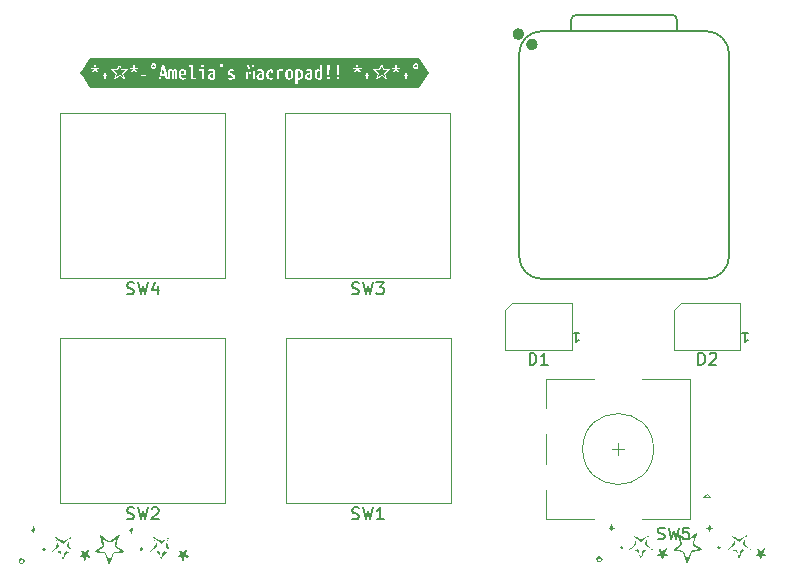
<source format=gbr>
%TF.GenerationSoftware,KiCad,Pcbnew,9.0.6*%
%TF.CreationDate,2025-12-15T09:48:03-08:00*%
%TF.ProjectId,AmeliasHackpad,416d656c-6961-4734-9861-636b7061642e,rev?*%
%TF.SameCoordinates,Original*%
%TF.FileFunction,Legend,Top*%
%TF.FilePolarity,Positive*%
%FSLAX46Y46*%
G04 Gerber Fmt 4.6, Leading zero omitted, Abs format (unit mm)*
G04 Created by KiCad (PCBNEW 9.0.6) date 2025-12-15 09:48:03*
%MOMM*%
%LPD*%
G01*
G04 APERTURE LIST*
%ADD10C,0.150000*%
%ADD11C,0.000000*%
%ADD12C,0.120000*%
%ADD13C,0.127000*%
%ADD14C,0.100000*%
%ADD15C,0.504000*%
G04 APERTURE END LIST*
D10*
X161279167Y-88389950D02*
X161422024Y-88437569D01*
X161422024Y-88437569D02*
X161660119Y-88437569D01*
X161660119Y-88437569D02*
X161755357Y-88389950D01*
X161755357Y-88389950D02*
X161802976Y-88342330D01*
X161802976Y-88342330D02*
X161850595Y-88247092D01*
X161850595Y-88247092D02*
X161850595Y-88151854D01*
X161850595Y-88151854D02*
X161802976Y-88056616D01*
X161802976Y-88056616D02*
X161755357Y-88008997D01*
X161755357Y-88008997D02*
X161660119Y-87961378D01*
X161660119Y-87961378D02*
X161469643Y-87913759D01*
X161469643Y-87913759D02*
X161374405Y-87866140D01*
X161374405Y-87866140D02*
X161326786Y-87818521D01*
X161326786Y-87818521D02*
X161279167Y-87723283D01*
X161279167Y-87723283D02*
X161279167Y-87628045D01*
X161279167Y-87628045D02*
X161326786Y-87532807D01*
X161326786Y-87532807D02*
X161374405Y-87485188D01*
X161374405Y-87485188D02*
X161469643Y-87437569D01*
X161469643Y-87437569D02*
X161707738Y-87437569D01*
X161707738Y-87437569D02*
X161850595Y-87485188D01*
X162183929Y-87437569D02*
X162422024Y-88437569D01*
X162422024Y-88437569D02*
X162612500Y-87723283D01*
X162612500Y-87723283D02*
X162802976Y-88437569D01*
X162802976Y-88437569D02*
X163041072Y-87437569D01*
X163326786Y-87437569D02*
X163945833Y-87437569D01*
X163945833Y-87437569D02*
X163612500Y-87818521D01*
X163612500Y-87818521D02*
X163755357Y-87818521D01*
X163755357Y-87818521D02*
X163850595Y-87866140D01*
X163850595Y-87866140D02*
X163898214Y-87913759D01*
X163898214Y-87913759D02*
X163945833Y-88008997D01*
X163945833Y-88008997D02*
X163945833Y-88247092D01*
X163945833Y-88247092D02*
X163898214Y-88342330D01*
X163898214Y-88342330D02*
X163850595Y-88389950D01*
X163850595Y-88389950D02*
X163755357Y-88437569D01*
X163755357Y-88437569D02*
X163469643Y-88437569D01*
X163469643Y-88437569D02*
X163374405Y-88389950D01*
X163374405Y-88389950D02*
X163326786Y-88342330D01*
X161286667Y-107439950D02*
X161429524Y-107487569D01*
X161429524Y-107487569D02*
X161667619Y-107487569D01*
X161667619Y-107487569D02*
X161762857Y-107439950D01*
X161762857Y-107439950D02*
X161810476Y-107392330D01*
X161810476Y-107392330D02*
X161858095Y-107297092D01*
X161858095Y-107297092D02*
X161858095Y-107201854D01*
X161858095Y-107201854D02*
X161810476Y-107106616D01*
X161810476Y-107106616D02*
X161762857Y-107058997D01*
X161762857Y-107058997D02*
X161667619Y-107011378D01*
X161667619Y-107011378D02*
X161477143Y-106963759D01*
X161477143Y-106963759D02*
X161381905Y-106916140D01*
X161381905Y-106916140D02*
X161334286Y-106868521D01*
X161334286Y-106868521D02*
X161286667Y-106773283D01*
X161286667Y-106773283D02*
X161286667Y-106678045D01*
X161286667Y-106678045D02*
X161334286Y-106582807D01*
X161334286Y-106582807D02*
X161381905Y-106535188D01*
X161381905Y-106535188D02*
X161477143Y-106487569D01*
X161477143Y-106487569D02*
X161715238Y-106487569D01*
X161715238Y-106487569D02*
X161858095Y-106535188D01*
X162191429Y-106487569D02*
X162429524Y-107487569D01*
X162429524Y-107487569D02*
X162620000Y-106773283D01*
X162620000Y-106773283D02*
X162810476Y-107487569D01*
X162810476Y-107487569D02*
X163048572Y-106487569D01*
X163953333Y-107487569D02*
X163381905Y-107487569D01*
X163667619Y-107487569D02*
X163667619Y-106487569D01*
X163667619Y-106487569D02*
X163572381Y-106630426D01*
X163572381Y-106630426D02*
X163477143Y-106725664D01*
X163477143Y-106725664D02*
X163381905Y-106773283D01*
X176311905Y-94394819D02*
X176311905Y-93394819D01*
X176311905Y-93394819D02*
X176550000Y-93394819D01*
X176550000Y-93394819D02*
X176692857Y-93442438D01*
X176692857Y-93442438D02*
X176788095Y-93537676D01*
X176788095Y-93537676D02*
X176835714Y-93632914D01*
X176835714Y-93632914D02*
X176883333Y-93823390D01*
X176883333Y-93823390D02*
X176883333Y-93966247D01*
X176883333Y-93966247D02*
X176835714Y-94156723D01*
X176835714Y-94156723D02*
X176788095Y-94251961D01*
X176788095Y-94251961D02*
X176692857Y-94347200D01*
X176692857Y-94347200D02*
X176550000Y-94394819D01*
X176550000Y-94394819D02*
X176311905Y-94394819D01*
X177835714Y-94394819D02*
X177264286Y-94394819D01*
X177550000Y-94394819D02*
X177550000Y-93394819D01*
X177550000Y-93394819D02*
X177454762Y-93537676D01*
X177454762Y-93537676D02*
X177359524Y-93632914D01*
X177359524Y-93632914D02*
X177264286Y-93680533D01*
X180021428Y-91702704D02*
X180478571Y-91702704D01*
X180249999Y-91702704D02*
X180249999Y-92502704D01*
X180249999Y-92502704D02*
X180326190Y-92388419D01*
X180326190Y-92388419D02*
X180402380Y-92312228D01*
X180402380Y-92312228D02*
X180478571Y-92274133D01*
X142229167Y-107439950D02*
X142372024Y-107487569D01*
X142372024Y-107487569D02*
X142610119Y-107487569D01*
X142610119Y-107487569D02*
X142705357Y-107439950D01*
X142705357Y-107439950D02*
X142752976Y-107392330D01*
X142752976Y-107392330D02*
X142800595Y-107297092D01*
X142800595Y-107297092D02*
X142800595Y-107201854D01*
X142800595Y-107201854D02*
X142752976Y-107106616D01*
X142752976Y-107106616D02*
X142705357Y-107058997D01*
X142705357Y-107058997D02*
X142610119Y-107011378D01*
X142610119Y-107011378D02*
X142419643Y-106963759D01*
X142419643Y-106963759D02*
X142324405Y-106916140D01*
X142324405Y-106916140D02*
X142276786Y-106868521D01*
X142276786Y-106868521D02*
X142229167Y-106773283D01*
X142229167Y-106773283D02*
X142229167Y-106678045D01*
X142229167Y-106678045D02*
X142276786Y-106582807D01*
X142276786Y-106582807D02*
X142324405Y-106535188D01*
X142324405Y-106535188D02*
X142419643Y-106487569D01*
X142419643Y-106487569D02*
X142657738Y-106487569D01*
X142657738Y-106487569D02*
X142800595Y-106535188D01*
X143133929Y-106487569D02*
X143372024Y-107487569D01*
X143372024Y-107487569D02*
X143562500Y-106773283D01*
X143562500Y-106773283D02*
X143752976Y-107487569D01*
X143752976Y-107487569D02*
X143991072Y-106487569D01*
X144324405Y-106582807D02*
X144372024Y-106535188D01*
X144372024Y-106535188D02*
X144467262Y-106487569D01*
X144467262Y-106487569D02*
X144705357Y-106487569D01*
X144705357Y-106487569D02*
X144800595Y-106535188D01*
X144800595Y-106535188D02*
X144848214Y-106582807D01*
X144848214Y-106582807D02*
X144895833Y-106678045D01*
X144895833Y-106678045D02*
X144895833Y-106773283D01*
X144895833Y-106773283D02*
X144848214Y-106916140D01*
X144848214Y-106916140D02*
X144276786Y-107487569D01*
X144276786Y-107487569D02*
X144895833Y-107487569D01*
X187160417Y-109147200D02*
X187303274Y-109194819D01*
X187303274Y-109194819D02*
X187541369Y-109194819D01*
X187541369Y-109194819D02*
X187636607Y-109147200D01*
X187636607Y-109147200D02*
X187684226Y-109099580D01*
X187684226Y-109099580D02*
X187731845Y-109004342D01*
X187731845Y-109004342D02*
X187731845Y-108909104D01*
X187731845Y-108909104D02*
X187684226Y-108813866D01*
X187684226Y-108813866D02*
X187636607Y-108766247D01*
X187636607Y-108766247D02*
X187541369Y-108718628D01*
X187541369Y-108718628D02*
X187350893Y-108671009D01*
X187350893Y-108671009D02*
X187255655Y-108623390D01*
X187255655Y-108623390D02*
X187208036Y-108575771D01*
X187208036Y-108575771D02*
X187160417Y-108480533D01*
X187160417Y-108480533D02*
X187160417Y-108385295D01*
X187160417Y-108385295D02*
X187208036Y-108290057D01*
X187208036Y-108290057D02*
X187255655Y-108242438D01*
X187255655Y-108242438D02*
X187350893Y-108194819D01*
X187350893Y-108194819D02*
X187588988Y-108194819D01*
X187588988Y-108194819D02*
X187731845Y-108242438D01*
X188065179Y-108194819D02*
X188303274Y-109194819D01*
X188303274Y-109194819D02*
X188493750Y-108480533D01*
X188493750Y-108480533D02*
X188684226Y-109194819D01*
X188684226Y-109194819D02*
X188922322Y-108194819D01*
X189779464Y-108194819D02*
X189303274Y-108194819D01*
X189303274Y-108194819D02*
X189255655Y-108671009D01*
X189255655Y-108671009D02*
X189303274Y-108623390D01*
X189303274Y-108623390D02*
X189398512Y-108575771D01*
X189398512Y-108575771D02*
X189636607Y-108575771D01*
X189636607Y-108575771D02*
X189731845Y-108623390D01*
X189731845Y-108623390D02*
X189779464Y-108671009D01*
X189779464Y-108671009D02*
X189827083Y-108766247D01*
X189827083Y-108766247D02*
X189827083Y-109004342D01*
X189827083Y-109004342D02*
X189779464Y-109099580D01*
X189779464Y-109099580D02*
X189731845Y-109147200D01*
X189731845Y-109147200D02*
X189636607Y-109194819D01*
X189636607Y-109194819D02*
X189398512Y-109194819D01*
X189398512Y-109194819D02*
X189303274Y-109147200D01*
X189303274Y-109147200D02*
X189255655Y-109099580D01*
X190599405Y-94394819D02*
X190599405Y-93394819D01*
X190599405Y-93394819D02*
X190837500Y-93394819D01*
X190837500Y-93394819D02*
X190980357Y-93442438D01*
X190980357Y-93442438D02*
X191075595Y-93537676D01*
X191075595Y-93537676D02*
X191123214Y-93632914D01*
X191123214Y-93632914D02*
X191170833Y-93823390D01*
X191170833Y-93823390D02*
X191170833Y-93966247D01*
X191170833Y-93966247D02*
X191123214Y-94156723D01*
X191123214Y-94156723D02*
X191075595Y-94251961D01*
X191075595Y-94251961D02*
X190980357Y-94347200D01*
X190980357Y-94347200D02*
X190837500Y-94394819D01*
X190837500Y-94394819D02*
X190599405Y-94394819D01*
X191551786Y-93490057D02*
X191599405Y-93442438D01*
X191599405Y-93442438D02*
X191694643Y-93394819D01*
X191694643Y-93394819D02*
X191932738Y-93394819D01*
X191932738Y-93394819D02*
X192027976Y-93442438D01*
X192027976Y-93442438D02*
X192075595Y-93490057D01*
X192075595Y-93490057D02*
X192123214Y-93585295D01*
X192123214Y-93585295D02*
X192123214Y-93680533D01*
X192123214Y-93680533D02*
X192075595Y-93823390D01*
X192075595Y-93823390D02*
X191504167Y-94394819D01*
X191504167Y-94394819D02*
X192123214Y-94394819D01*
X194308928Y-91702704D02*
X194766071Y-91702704D01*
X194537499Y-91702704D02*
X194537499Y-92502704D01*
X194537499Y-92502704D02*
X194613690Y-92388419D01*
X194613690Y-92388419D02*
X194689880Y-92312228D01*
X194689880Y-92312228D02*
X194766071Y-92274133D01*
X142229167Y-88389950D02*
X142372024Y-88437569D01*
X142372024Y-88437569D02*
X142610119Y-88437569D01*
X142610119Y-88437569D02*
X142705357Y-88389950D01*
X142705357Y-88389950D02*
X142752976Y-88342330D01*
X142752976Y-88342330D02*
X142800595Y-88247092D01*
X142800595Y-88247092D02*
X142800595Y-88151854D01*
X142800595Y-88151854D02*
X142752976Y-88056616D01*
X142752976Y-88056616D02*
X142705357Y-88008997D01*
X142705357Y-88008997D02*
X142610119Y-87961378D01*
X142610119Y-87961378D02*
X142419643Y-87913759D01*
X142419643Y-87913759D02*
X142324405Y-87866140D01*
X142324405Y-87866140D02*
X142276786Y-87818521D01*
X142276786Y-87818521D02*
X142229167Y-87723283D01*
X142229167Y-87723283D02*
X142229167Y-87628045D01*
X142229167Y-87628045D02*
X142276786Y-87532807D01*
X142276786Y-87532807D02*
X142324405Y-87485188D01*
X142324405Y-87485188D02*
X142419643Y-87437569D01*
X142419643Y-87437569D02*
X142657738Y-87437569D01*
X142657738Y-87437569D02*
X142800595Y-87485188D01*
X143133929Y-87437569D02*
X143372024Y-88437569D01*
X143372024Y-88437569D02*
X143562500Y-87723283D01*
X143562500Y-87723283D02*
X143752976Y-88437569D01*
X143752976Y-88437569D02*
X143991072Y-87437569D01*
X144800595Y-87770902D02*
X144800595Y-88437569D01*
X144562500Y-87389950D02*
X144324405Y-88104235D01*
X144324405Y-88104235D02*
X144943452Y-88104235D01*
D11*
%TO.C,G\u002A\u002A\u002A*%
G36*
X185229055Y-109145039D02*
G01*
X185184336Y-109189757D01*
X185139618Y-109145039D01*
X185184336Y-109100321D01*
X185229055Y-109145039D01*
G37*
G36*
X193546660Y-109145039D02*
G01*
X193501942Y-109189757D01*
X193457224Y-109145039D01*
X193501942Y-109100321D01*
X193546660Y-109145039D01*
G37*
G36*
X186733657Y-110027410D02*
G01*
X186719665Y-110054311D01*
X186613525Y-110065015D01*
X186600416Y-110054311D01*
X186612693Y-110001141D01*
X186660041Y-109994687D01*
X186733657Y-110027410D01*
G37*
G36*
X195051263Y-110027410D02*
G01*
X195037271Y-110054311D01*
X194931130Y-110065015D01*
X194918022Y-110054311D01*
X194930299Y-110001141D01*
X194977646Y-109994687D01*
X195051263Y-110027410D01*
G37*
G36*
X184229669Y-109797968D02*
G01*
X184245252Y-109860532D01*
X184173661Y-109979104D01*
X184111097Y-109994687D01*
X183992525Y-109923096D01*
X183976942Y-109860532D01*
X184048533Y-109741960D01*
X184111097Y-109726377D01*
X184229669Y-109797968D01*
G37*
G36*
X186390705Y-108901207D02*
G01*
X186391731Y-108921448D01*
X186322976Y-109007447D01*
X186297016Y-109010884D01*
X186243601Y-108956092D01*
X186257576Y-108921448D01*
X186337944Y-108836126D01*
X186352291Y-108832011D01*
X186390705Y-108901207D01*
G37*
G36*
X192457838Y-109797968D02*
G01*
X192473421Y-109860532D01*
X192401830Y-109979104D01*
X192339266Y-109994687D01*
X192220694Y-109923096D01*
X192205111Y-109860532D01*
X192276702Y-109741960D01*
X192339266Y-109726377D01*
X192457838Y-109797968D01*
G37*
G36*
X194708311Y-108901207D02*
G01*
X194709336Y-108921448D01*
X194640582Y-109007447D01*
X194614621Y-109010884D01*
X194561207Y-108956092D01*
X194575181Y-108921448D01*
X194655550Y-108836126D01*
X194669896Y-108832011D01*
X194708311Y-108901207D01*
G37*
G36*
X185533339Y-110060474D02*
G01*
X185580524Y-110187599D01*
X185585432Y-110255544D01*
X185559017Y-110336537D01*
X185518354Y-110298766D01*
X185377775Y-110182226D01*
X185323013Y-110158666D01*
X185244720Y-110114665D01*
X185334870Y-110062657D01*
X185336629Y-110061981D01*
X185487466Y-110041184D01*
X185533339Y-110060474D01*
G37*
G36*
X186243301Y-109305157D02*
G01*
X186259158Y-109585619D01*
X186358771Y-109742995D01*
X186469620Y-109873150D01*
X186454198Y-109890532D01*
X186329634Y-109828347D01*
X186140309Y-109705430D01*
X186089599Y-109571203D01*
X186157060Y-109359779D01*
X186173114Y-109323912D01*
X186294945Y-109055602D01*
X186243301Y-109305157D01*
G37*
G36*
X193850945Y-110060474D02*
G01*
X193898130Y-110187599D01*
X193903037Y-110255544D01*
X193876623Y-110336537D01*
X193835960Y-110298766D01*
X193695381Y-110182226D01*
X193640619Y-110158666D01*
X193562326Y-110114665D01*
X193652476Y-110062657D01*
X193654234Y-110061981D01*
X193805072Y-110041184D01*
X193850945Y-110060474D01*
G37*
G36*
X194560906Y-109305157D02*
G01*
X194576763Y-109585619D01*
X194676377Y-109742995D01*
X194787226Y-109873150D01*
X194771803Y-109890532D01*
X194647240Y-109828347D01*
X194457915Y-109705430D01*
X194407204Y-109571203D01*
X194474665Y-109359779D01*
X194490720Y-109323912D01*
X194612550Y-109055602D01*
X194560906Y-109305157D01*
G37*
G36*
X185333390Y-109432183D02*
G01*
X185335188Y-109593362D01*
X185219610Y-109750723D01*
X185091572Y-109857007D01*
X184868578Y-110015431D01*
X184751002Y-110077080D01*
X184752579Y-110041908D01*
X184887042Y-109909869D01*
X184948062Y-109857479D01*
X185132090Y-109659990D01*
X185240189Y-109463926D01*
X185247428Y-109432655D01*
X185277441Y-109234476D01*
X185333390Y-109432183D01*
G37*
G36*
X193650995Y-109432183D02*
G01*
X193652793Y-109593362D01*
X193537216Y-109750723D01*
X193409178Y-109857007D01*
X193186184Y-110015431D01*
X193068608Y-110077080D01*
X193070184Y-110041908D01*
X193204648Y-109909869D01*
X193265668Y-109857479D01*
X193449696Y-109659990D01*
X193557794Y-109463926D01*
X193565033Y-109432655D01*
X193595047Y-109234476D01*
X193650995Y-109432183D01*
G37*
G36*
X185135668Y-108866457D02*
G01*
X185302099Y-108967913D01*
X185390687Y-109024415D01*
X185609173Y-109143026D01*
X185776066Y-109158535D01*
X185927307Y-109106253D01*
X186168139Y-108998700D01*
X185971462Y-109198985D01*
X185774784Y-109399271D01*
X185412483Y-109148196D01*
X185203630Y-108997467D01*
X185072707Y-108891448D01*
X185050181Y-108864566D01*
X185064934Y-108838222D01*
X185135668Y-108866457D01*
G37*
G36*
X193453274Y-108866457D02*
G01*
X193619704Y-108967913D01*
X193708293Y-109024415D01*
X193926778Y-109143026D01*
X194093671Y-109158535D01*
X194244913Y-109106253D01*
X194485745Y-108998700D01*
X194289067Y-109198985D01*
X194092390Y-109399271D01*
X193730088Y-109148196D01*
X193521235Y-108997467D01*
X193390313Y-108891448D01*
X193367787Y-108864566D01*
X193382540Y-108838222D01*
X193453274Y-108866457D01*
G37*
G36*
X183242091Y-107894827D02*
G01*
X183249269Y-107998164D01*
X183322357Y-108170854D01*
X183417963Y-108233740D01*
X183522463Y-108267713D01*
X183454852Y-108282780D01*
X183424521Y-108285016D01*
X183276830Y-108369141D01*
X183233663Y-108451905D01*
X183199691Y-108556405D01*
X183184623Y-108488794D01*
X183182387Y-108458463D01*
X183098263Y-108310772D01*
X183015498Y-108267606D01*
X182910698Y-108233637D01*
X182978070Y-108218625D01*
X183009278Y-108216329D01*
X183142061Y-108131274D01*
X183198331Y-108004722D01*
X183228559Y-107862990D01*
X183242091Y-107894827D01*
G37*
G36*
X186112653Y-110079380D02*
G01*
X186127691Y-110088655D01*
X186209746Y-110155282D01*
X186129730Y-110172049D01*
X186119029Y-110172191D01*
X186000511Y-110250457D01*
X185884165Y-110444857D01*
X185863121Y-110498115D01*
X185774406Y-110697456D01*
X185703476Y-110737358D01*
X185667650Y-110699347D01*
X185597478Y-110538286D01*
X185589540Y-110486588D01*
X185626009Y-110470689D01*
X185674931Y-110531307D01*
X185739968Y-110587526D01*
X185790414Y-110496583D01*
X185819268Y-110372931D01*
X185887867Y-110127464D01*
X185977201Y-110037412D01*
X186112653Y-110079380D01*
G37*
G36*
X191559697Y-107894827D02*
G01*
X191566875Y-107998164D01*
X191639962Y-108170854D01*
X191735569Y-108233740D01*
X191840069Y-108267713D01*
X191772458Y-108282780D01*
X191742127Y-108285016D01*
X191594435Y-108369141D01*
X191551269Y-108451905D01*
X191517301Y-108556706D01*
X191502289Y-108489333D01*
X191499993Y-108458126D01*
X191414938Y-108325343D01*
X191288386Y-108269073D01*
X191146400Y-108238837D01*
X191178068Y-108225342D01*
X191282165Y-108218134D01*
X191461019Y-108131322D01*
X191515936Y-108004722D01*
X191546165Y-107862990D01*
X191559697Y-107894827D01*
G37*
G36*
X194430258Y-110079380D02*
G01*
X194445297Y-110088655D01*
X194527352Y-110155282D01*
X194447336Y-110172049D01*
X194436634Y-110172191D01*
X194318117Y-110250457D01*
X194201770Y-110444857D01*
X194180726Y-110498115D01*
X194092012Y-110697456D01*
X194021082Y-110737358D01*
X193985256Y-110699347D01*
X193915083Y-110538286D01*
X193907146Y-110486588D01*
X193943614Y-110470689D01*
X193992536Y-110531307D01*
X194057573Y-110587526D01*
X194108020Y-110496583D01*
X194136874Y-110372931D01*
X194205473Y-110127464D01*
X194294807Y-110037412D01*
X194430258Y-110079380D01*
G37*
G36*
X182523068Y-110893003D02*
G01*
X182452938Y-111027524D01*
X182275646Y-111141742D01*
X182096872Y-111121898D01*
X181980067Y-110985986D01*
X181972586Y-110939050D01*
X182098773Y-110939050D01*
X182153580Y-111054895D01*
X182267019Y-111040025D01*
X182322365Y-110978490D01*
X182339862Y-110845852D01*
X182268883Y-110752796D01*
X182182030Y-110758718D01*
X182105522Y-110884188D01*
X182098773Y-110939050D01*
X181972586Y-110939050D01*
X181964618Y-110889053D01*
X182031401Y-110705624D01*
X182189449Y-110629956D01*
X182375310Y-110680043D01*
X182452938Y-110750582D01*
X182499850Y-110845852D01*
X182523068Y-110893003D01*
G37*
G36*
X187898530Y-109939367D02*
G01*
X187912153Y-110021518D01*
X187853858Y-110182271D01*
X187801900Y-110248039D01*
X187751814Y-110340873D01*
X187857301Y-110401105D01*
X187890331Y-110410249D01*
X188024204Y-110479889D01*
X188037776Y-110545113D01*
X187922497Y-110589740D01*
X187815190Y-110573636D01*
X187679904Y-110570569D01*
X187643843Y-110704153D01*
X187607486Y-110852726D01*
X187554407Y-110889053D01*
X187482542Y-110813889D01*
X187464970Y-110704153D01*
X187429285Y-110570476D01*
X187293444Y-110573732D01*
X187286097Y-110576025D01*
X187139165Y-110580282D01*
X187116482Y-110505115D01*
X187233212Y-110412863D01*
X187245236Y-110408047D01*
X187334889Y-110328997D01*
X187289712Y-110180315D01*
X187248645Y-110014216D01*
X187308426Y-109943537D01*
X187419187Y-110003670D01*
X187459408Y-110059883D01*
X187541985Y-110168932D01*
X187619690Y-110130982D01*
X187675997Y-110061764D01*
X187817677Y-109923070D01*
X187898530Y-109939367D01*
G37*
G36*
X196216136Y-109939367D02*
G01*
X196229759Y-110021518D01*
X196171463Y-110182271D01*
X196119506Y-110248039D01*
X196069420Y-110340873D01*
X196174906Y-110401105D01*
X196207936Y-110410249D01*
X196341809Y-110479889D01*
X196355381Y-110545113D01*
X196240103Y-110589740D01*
X196132796Y-110573636D01*
X195997509Y-110570569D01*
X195961449Y-110704153D01*
X195925092Y-110852726D01*
X195872012Y-110889053D01*
X195800147Y-110813889D01*
X195782576Y-110704153D01*
X195746890Y-110570476D01*
X195611050Y-110573732D01*
X195603703Y-110576025D01*
X195456771Y-110580282D01*
X195434088Y-110505115D01*
X195550818Y-110412863D01*
X195562841Y-110408047D01*
X195652494Y-110328997D01*
X195607318Y-110180315D01*
X195566250Y-110014216D01*
X195626031Y-109943537D01*
X195736793Y-110003670D01*
X195777013Y-110059883D01*
X195859591Y-110168932D01*
X195937296Y-110130982D01*
X195993602Y-110061764D01*
X196135283Y-109923070D01*
X196216136Y-109939367D01*
G37*
G36*
X190985229Y-110128842D02*
G01*
X190507919Y-110173560D01*
X190030609Y-110218278D01*
X189841070Y-110727644D01*
X189651531Y-111237010D01*
X189468888Y-110727644D01*
X189286244Y-110218278D01*
X188806675Y-110173560D01*
X188327106Y-110128842D01*
X188411317Y-110070703D01*
X188673089Y-110070703D01*
X189023037Y-110099772D01*
X189262637Y-110140147D01*
X189392364Y-110241135D01*
X189469857Y-110418171D01*
X189575663Y-110642852D01*
X189682154Y-110688667D01*
X189788453Y-110555615D01*
X189842551Y-110418171D01*
X189936132Y-110220764D01*
X190085192Y-110123755D01*
X190289734Y-110084124D01*
X190639970Y-110039405D01*
X190343621Y-109828038D01*
X190143032Y-109648308D01*
X190098894Y-109499051D01*
X190107818Y-109470292D01*
X190207903Y-109180403D01*
X190208305Y-109033121D01*
X190163778Y-109010884D01*
X190032078Y-109076370D01*
X190014211Y-109099840D01*
X189823211Y-109273802D01*
X189585013Y-109282028D01*
X189392706Y-109177592D01*
X189191367Y-109052940D01*
X189094807Y-109071033D01*
X189110209Y-109226851D01*
X189156531Y-109342653D01*
X189213997Y-109505857D01*
X189183019Y-109627439D01*
X189039120Y-109771177D01*
X188970190Y-109828222D01*
X188673089Y-110070703D01*
X188411317Y-110070703D01*
X188700968Y-109870728D01*
X188914792Y-109709297D01*
X189050097Y-109580602D01*
X189074829Y-109536300D01*
X189045198Y-109415429D01*
X188969184Y-109187690D01*
X188904565Y-109011886D01*
X188818786Y-108769534D01*
X188806554Y-108653990D01*
X188885586Y-108661563D01*
X189073599Y-108788560D01*
X189266573Y-108936456D01*
X189473879Y-109087720D01*
X189622499Y-109178288D01*
X189656167Y-109189757D01*
X189759128Y-109139296D01*
X189946112Y-109011666D01*
X190045762Y-108936456D01*
X190315632Y-108732462D01*
X190464796Y-108645451D01*
X190510973Y-108679112D01*
X190471879Y-108837139D01*
X190407770Y-109011886D01*
X190312083Y-109276995D01*
X190250315Y-109473625D01*
X190237505Y-109536300D01*
X190305144Y-109626644D01*
X190477982Y-109773590D01*
X190611367Y-109870728D01*
X190855685Y-110039405D01*
X190985229Y-110128842D01*
G37*
D12*
%TO.C,SW3*%
X155627500Y-73123750D02*
X169597500Y-73123750D01*
X155627500Y-87093750D02*
X155627500Y-73123750D01*
X169597500Y-73123750D02*
X169597500Y-87093750D01*
X169597500Y-87093750D02*
X155627500Y-87093750D01*
%TO.C,SW1*%
X155635000Y-92173750D02*
X169605000Y-92173750D01*
X155635000Y-106143750D02*
X155635000Y-92173750D01*
X169605000Y-92173750D02*
X169605000Y-106143750D01*
X169605000Y-106143750D02*
X155635000Y-106143750D01*
%TO.C,D1*%
X174250000Y-89790000D02*
X174250000Y-93190000D01*
X174250000Y-89790000D02*
X174850000Y-89190000D01*
X179850000Y-89190000D02*
X174850000Y-89190000D01*
X179850000Y-93190000D02*
X174250000Y-93190000D01*
X179850000Y-93190000D02*
X179850000Y-89190000D01*
%TO.C,SW2*%
X136577500Y-92173750D02*
X150547500Y-92173750D01*
X136577500Y-106143750D02*
X136577500Y-92173750D01*
X150547500Y-92173750D02*
X150547500Y-106143750D01*
X150547500Y-106143750D02*
X136577500Y-106143750D01*
%TO.C,SW5*%
X177693750Y-95640000D02*
X181793750Y-95640000D01*
X177693750Y-98040000D02*
X177693750Y-95640000D01*
X177693750Y-102840000D02*
X177693750Y-100240000D01*
X177693750Y-107440000D02*
X177693750Y-105040000D01*
X181793750Y-107440000D02*
X177693750Y-107440000D01*
X183793750Y-102040000D02*
X183793750Y-101040000D01*
X184293750Y-101540000D02*
X183293750Y-101540000D01*
X185793750Y-95640000D02*
X189893750Y-95640000D01*
X185793750Y-107440000D02*
X189893750Y-107440000D01*
X189893750Y-107440000D02*
X189893750Y-95640000D01*
X190993750Y-105640000D02*
X191293750Y-105340000D01*
X191293750Y-105340000D02*
X191593750Y-105640000D01*
X191593750Y-105640000D02*
X190993750Y-105640000D01*
X186793750Y-101540000D02*
G75*
G02*
X180793750Y-101540000I-3000000J0D01*
G01*
X180793750Y-101540000D02*
G75*
G02*
X186793750Y-101540000I3000000J0D01*
G01*
%TO.C,D2*%
X188537500Y-89790000D02*
X188537500Y-93190000D01*
X188537500Y-89790000D02*
X189137500Y-89190000D01*
X194137500Y-89190000D02*
X189137500Y-89190000D01*
X194137500Y-93190000D02*
X188537500Y-93190000D01*
X194137500Y-93190000D02*
X194137500Y-89190000D01*
D11*
%TO.C,G\u002A\u002A\u002A*%
G36*
X136309055Y-109285039D02*
G01*
X136264336Y-109329757D01*
X136219618Y-109285039D01*
X136264336Y-109240321D01*
X136309055Y-109285039D01*
G37*
G36*
X144626660Y-109285039D02*
G01*
X144581942Y-109329757D01*
X144537224Y-109285039D01*
X144581942Y-109240321D01*
X144626660Y-109285039D01*
G37*
G36*
X137813657Y-110167410D02*
G01*
X137799665Y-110194311D01*
X137693525Y-110205015D01*
X137680416Y-110194311D01*
X137692693Y-110141141D01*
X137740041Y-110134687D01*
X137813657Y-110167410D01*
G37*
G36*
X146131263Y-110167410D02*
G01*
X146117271Y-110194311D01*
X146011130Y-110205015D01*
X145998022Y-110194311D01*
X146010299Y-110141141D01*
X146057646Y-110134687D01*
X146131263Y-110167410D01*
G37*
G36*
X135309669Y-109937968D02*
G01*
X135325252Y-110000532D01*
X135253661Y-110119104D01*
X135191097Y-110134687D01*
X135072525Y-110063096D01*
X135056942Y-110000532D01*
X135128533Y-109881960D01*
X135191097Y-109866377D01*
X135309669Y-109937968D01*
G37*
G36*
X137470705Y-109041207D02*
G01*
X137471731Y-109061448D01*
X137402976Y-109147447D01*
X137377016Y-109150884D01*
X137323601Y-109096092D01*
X137337576Y-109061448D01*
X137417944Y-108976126D01*
X137432291Y-108972011D01*
X137470705Y-109041207D01*
G37*
G36*
X143537838Y-109937968D02*
G01*
X143553421Y-110000532D01*
X143481830Y-110119104D01*
X143419266Y-110134687D01*
X143300694Y-110063096D01*
X143285111Y-110000532D01*
X143356702Y-109881960D01*
X143419266Y-109866377D01*
X143537838Y-109937968D01*
G37*
G36*
X145788311Y-109041207D02*
G01*
X145789336Y-109061448D01*
X145720582Y-109147447D01*
X145694621Y-109150884D01*
X145641207Y-109096092D01*
X145655181Y-109061448D01*
X145735550Y-108976126D01*
X145749896Y-108972011D01*
X145788311Y-109041207D01*
G37*
G36*
X136613339Y-110200474D02*
G01*
X136660524Y-110327599D01*
X136665432Y-110395544D01*
X136639017Y-110476537D01*
X136598354Y-110438766D01*
X136457775Y-110322226D01*
X136403013Y-110298666D01*
X136324720Y-110254665D01*
X136414870Y-110202657D01*
X136416629Y-110201981D01*
X136567466Y-110181184D01*
X136613339Y-110200474D01*
G37*
G36*
X137323301Y-109445157D02*
G01*
X137339158Y-109725619D01*
X137438771Y-109882995D01*
X137549620Y-110013150D01*
X137534198Y-110030532D01*
X137409634Y-109968347D01*
X137220309Y-109845430D01*
X137169599Y-109711203D01*
X137237060Y-109499779D01*
X137253114Y-109463912D01*
X137374945Y-109195602D01*
X137323301Y-109445157D01*
G37*
G36*
X144930945Y-110200474D02*
G01*
X144978130Y-110327599D01*
X144983037Y-110395544D01*
X144956623Y-110476537D01*
X144915960Y-110438766D01*
X144775381Y-110322226D01*
X144720619Y-110298666D01*
X144642326Y-110254665D01*
X144732476Y-110202657D01*
X144734234Y-110201981D01*
X144885072Y-110181184D01*
X144930945Y-110200474D01*
G37*
G36*
X145640906Y-109445157D02*
G01*
X145656763Y-109725619D01*
X145756377Y-109882995D01*
X145867226Y-110013150D01*
X145851803Y-110030532D01*
X145727240Y-109968347D01*
X145537915Y-109845430D01*
X145487204Y-109711203D01*
X145554665Y-109499779D01*
X145570720Y-109463912D01*
X145692550Y-109195602D01*
X145640906Y-109445157D01*
G37*
G36*
X136413390Y-109572183D02*
G01*
X136415188Y-109733362D01*
X136299610Y-109890723D01*
X136171572Y-109997007D01*
X135948578Y-110155431D01*
X135831002Y-110217080D01*
X135832579Y-110181908D01*
X135967042Y-110049869D01*
X136028062Y-109997479D01*
X136212090Y-109799990D01*
X136320189Y-109603926D01*
X136327428Y-109572655D01*
X136357441Y-109374476D01*
X136413390Y-109572183D01*
G37*
G36*
X144730995Y-109572183D02*
G01*
X144732793Y-109733362D01*
X144617216Y-109890723D01*
X144489178Y-109997007D01*
X144266184Y-110155431D01*
X144148608Y-110217080D01*
X144150184Y-110181908D01*
X144284648Y-110049869D01*
X144345668Y-109997479D01*
X144529696Y-109799990D01*
X144637794Y-109603926D01*
X144645033Y-109572655D01*
X144675047Y-109374476D01*
X144730995Y-109572183D01*
G37*
G36*
X136215668Y-109006457D02*
G01*
X136382099Y-109107913D01*
X136470687Y-109164415D01*
X136689173Y-109283026D01*
X136856066Y-109298535D01*
X137007307Y-109246253D01*
X137248139Y-109138700D01*
X137051462Y-109338985D01*
X136854784Y-109539271D01*
X136492483Y-109288196D01*
X136283630Y-109137467D01*
X136152707Y-109031448D01*
X136130181Y-109004566D01*
X136144934Y-108978222D01*
X136215668Y-109006457D01*
G37*
G36*
X144533274Y-109006457D02*
G01*
X144699704Y-109107913D01*
X144788293Y-109164415D01*
X145006778Y-109283026D01*
X145173671Y-109298535D01*
X145324913Y-109246253D01*
X145565745Y-109138700D01*
X145369067Y-109338985D01*
X145172390Y-109539271D01*
X144810088Y-109288196D01*
X144601235Y-109137467D01*
X144470313Y-109031448D01*
X144447787Y-109004566D01*
X144462540Y-108978222D01*
X144533274Y-109006457D01*
G37*
G36*
X134322091Y-108034827D02*
G01*
X134329269Y-108138164D01*
X134402357Y-108310854D01*
X134497963Y-108373740D01*
X134602463Y-108407713D01*
X134534852Y-108422780D01*
X134504521Y-108425016D01*
X134356830Y-108509141D01*
X134313663Y-108591905D01*
X134279691Y-108696405D01*
X134264623Y-108628794D01*
X134262387Y-108598463D01*
X134178263Y-108450772D01*
X134095498Y-108407606D01*
X133990698Y-108373637D01*
X134058070Y-108358625D01*
X134089278Y-108356329D01*
X134222061Y-108271274D01*
X134278331Y-108144722D01*
X134308559Y-108002990D01*
X134322091Y-108034827D01*
G37*
G36*
X137192653Y-110219380D02*
G01*
X137207691Y-110228655D01*
X137289746Y-110295282D01*
X137209730Y-110312049D01*
X137199029Y-110312191D01*
X137080511Y-110390457D01*
X136964165Y-110584857D01*
X136943121Y-110638115D01*
X136854406Y-110837456D01*
X136783476Y-110877358D01*
X136747650Y-110839347D01*
X136677478Y-110678286D01*
X136669540Y-110626588D01*
X136706009Y-110610689D01*
X136754931Y-110671307D01*
X136819968Y-110727526D01*
X136870414Y-110636583D01*
X136899268Y-110512931D01*
X136967867Y-110267464D01*
X137057201Y-110177412D01*
X137192653Y-110219380D01*
G37*
G36*
X142639697Y-108034827D02*
G01*
X142646875Y-108138164D01*
X142719962Y-108310854D01*
X142815569Y-108373740D01*
X142920069Y-108407713D01*
X142852458Y-108422780D01*
X142822127Y-108425016D01*
X142674435Y-108509141D01*
X142631269Y-108591905D01*
X142597301Y-108696706D01*
X142582289Y-108629333D01*
X142579993Y-108598126D01*
X142494938Y-108465343D01*
X142368386Y-108409073D01*
X142226400Y-108378837D01*
X142258068Y-108365342D01*
X142362165Y-108358134D01*
X142541019Y-108271322D01*
X142595936Y-108144722D01*
X142626165Y-108002990D01*
X142639697Y-108034827D01*
G37*
G36*
X145510258Y-110219380D02*
G01*
X145525297Y-110228655D01*
X145607352Y-110295282D01*
X145527336Y-110312049D01*
X145516634Y-110312191D01*
X145398117Y-110390457D01*
X145281770Y-110584857D01*
X145260726Y-110638115D01*
X145172012Y-110837456D01*
X145101082Y-110877358D01*
X145065256Y-110839347D01*
X144995083Y-110678286D01*
X144987146Y-110626588D01*
X145023614Y-110610689D01*
X145072536Y-110671307D01*
X145137573Y-110727526D01*
X145188020Y-110636583D01*
X145216874Y-110512931D01*
X145285473Y-110267464D01*
X145374807Y-110177412D01*
X145510258Y-110219380D01*
G37*
G36*
X133603068Y-111033003D02*
G01*
X133532938Y-111167524D01*
X133355646Y-111281742D01*
X133176872Y-111261898D01*
X133060067Y-111125986D01*
X133052586Y-111079050D01*
X133178773Y-111079050D01*
X133233580Y-111194895D01*
X133347019Y-111180025D01*
X133402365Y-111118490D01*
X133419862Y-110985852D01*
X133348883Y-110892796D01*
X133262030Y-110898718D01*
X133185522Y-111024188D01*
X133178773Y-111079050D01*
X133052586Y-111079050D01*
X133044618Y-111029053D01*
X133111401Y-110845624D01*
X133269449Y-110769956D01*
X133455310Y-110820043D01*
X133532938Y-110890582D01*
X133579850Y-110985852D01*
X133603068Y-111033003D01*
G37*
G36*
X138978530Y-110079367D02*
G01*
X138992153Y-110161518D01*
X138933858Y-110322271D01*
X138881900Y-110388039D01*
X138831814Y-110480873D01*
X138937301Y-110541105D01*
X138970331Y-110550249D01*
X139104204Y-110619889D01*
X139117776Y-110685113D01*
X139002497Y-110729740D01*
X138895190Y-110713636D01*
X138759904Y-110710569D01*
X138723843Y-110844153D01*
X138687486Y-110992726D01*
X138634407Y-111029053D01*
X138562542Y-110953889D01*
X138544970Y-110844153D01*
X138509285Y-110710476D01*
X138373444Y-110713732D01*
X138366097Y-110716025D01*
X138219165Y-110720282D01*
X138196482Y-110645115D01*
X138313212Y-110552863D01*
X138325236Y-110548047D01*
X138414889Y-110468997D01*
X138369712Y-110320315D01*
X138328645Y-110154216D01*
X138388426Y-110083537D01*
X138499187Y-110143670D01*
X138539408Y-110199883D01*
X138621985Y-110308932D01*
X138699690Y-110270982D01*
X138755997Y-110201764D01*
X138897677Y-110063070D01*
X138978530Y-110079367D01*
G37*
G36*
X147296136Y-110079367D02*
G01*
X147309759Y-110161518D01*
X147251463Y-110322271D01*
X147199506Y-110388039D01*
X147149420Y-110480873D01*
X147254906Y-110541105D01*
X147287936Y-110550249D01*
X147421809Y-110619889D01*
X147435381Y-110685113D01*
X147320103Y-110729740D01*
X147212796Y-110713636D01*
X147077509Y-110710569D01*
X147041449Y-110844153D01*
X147005092Y-110992726D01*
X146952012Y-111029053D01*
X146880147Y-110953889D01*
X146862576Y-110844153D01*
X146826890Y-110710476D01*
X146691050Y-110713732D01*
X146683703Y-110716025D01*
X146536771Y-110720282D01*
X146514088Y-110645115D01*
X146630818Y-110552863D01*
X146642841Y-110548047D01*
X146732494Y-110468997D01*
X146687318Y-110320315D01*
X146646250Y-110154216D01*
X146706031Y-110083537D01*
X146816793Y-110143670D01*
X146857013Y-110199883D01*
X146939591Y-110308932D01*
X147017296Y-110270982D01*
X147073602Y-110201764D01*
X147215283Y-110063070D01*
X147296136Y-110079367D01*
G37*
G36*
X142065229Y-110268842D02*
G01*
X141587919Y-110313560D01*
X141110609Y-110358278D01*
X140921070Y-110867644D01*
X140731531Y-111377010D01*
X140548888Y-110867644D01*
X140366244Y-110358278D01*
X139886675Y-110313560D01*
X139407106Y-110268842D01*
X139491317Y-110210703D01*
X139753089Y-110210703D01*
X140103037Y-110239772D01*
X140342637Y-110280147D01*
X140472364Y-110381135D01*
X140549857Y-110558171D01*
X140655663Y-110782852D01*
X140762154Y-110828667D01*
X140868453Y-110695615D01*
X140922551Y-110558171D01*
X141016132Y-110360764D01*
X141165192Y-110263755D01*
X141369734Y-110224124D01*
X141719970Y-110179405D01*
X141423621Y-109968038D01*
X141223032Y-109788308D01*
X141178894Y-109639051D01*
X141187818Y-109610292D01*
X141287903Y-109320403D01*
X141288305Y-109173121D01*
X141243778Y-109150884D01*
X141112078Y-109216370D01*
X141094211Y-109239840D01*
X140903211Y-109413802D01*
X140665013Y-109422028D01*
X140472706Y-109317592D01*
X140271367Y-109192940D01*
X140174807Y-109211033D01*
X140190209Y-109366851D01*
X140236531Y-109482653D01*
X140293997Y-109645857D01*
X140263019Y-109767439D01*
X140119120Y-109911177D01*
X140050190Y-109968222D01*
X139753089Y-110210703D01*
X139491317Y-110210703D01*
X139780968Y-110010728D01*
X139994792Y-109849297D01*
X140130097Y-109720602D01*
X140154829Y-109676300D01*
X140125198Y-109555429D01*
X140049184Y-109327690D01*
X139984565Y-109151886D01*
X139898786Y-108909534D01*
X139886554Y-108793990D01*
X139965586Y-108801563D01*
X140153599Y-108928560D01*
X140346573Y-109076456D01*
X140553879Y-109227720D01*
X140702499Y-109318288D01*
X140736167Y-109329757D01*
X140839128Y-109279296D01*
X141026112Y-109151666D01*
X141125762Y-109076456D01*
X141395632Y-108872462D01*
X141544796Y-108785451D01*
X141590973Y-108819112D01*
X141551879Y-108977139D01*
X141487770Y-109151886D01*
X141392083Y-109416995D01*
X141330315Y-109613625D01*
X141317505Y-109676300D01*
X141385144Y-109766644D01*
X141557982Y-109913590D01*
X141691367Y-110010728D01*
X141935685Y-110179405D01*
X142065229Y-110268842D01*
G37*
%TO.C,kibuzzard-693A5F78*%
G36*
X145387740Y-69791644D02*
G01*
X145162534Y-69791644D01*
X145274315Y-69227808D01*
X145275959Y-69227808D01*
X145387740Y-69791644D01*
G37*
G36*
X144538699Y-69028082D02*
G01*
X144572397Y-69109452D01*
X144538699Y-69190822D01*
X144457329Y-69224521D01*
X144375959Y-69190822D01*
X144342260Y-69109452D01*
X144375959Y-69028082D01*
X144457329Y-68994384D01*
X144538699Y-69028082D01*
G37*
G36*
X147033219Y-69562329D02*
G01*
X147059521Y-69638562D01*
X147069384Y-69753836D01*
X146776781Y-69753836D01*
X146790753Y-69635479D01*
X146819521Y-69559863D01*
X146865137Y-69519178D01*
X146929658Y-69505616D01*
X147033219Y-69562329D01*
G37*
G36*
X166730479Y-69028082D02*
G01*
X166764178Y-69109452D01*
X166730479Y-69190822D01*
X166649110Y-69224521D01*
X166567740Y-69190822D01*
X166534041Y-69109452D01*
X166567740Y-69028082D01*
X166649110Y-68994384D01*
X166730479Y-69028082D01*
G37*
G36*
X149513767Y-70113836D02*
G01*
X149405274Y-70135205D01*
X149285274Y-70096575D01*
X149242534Y-69987260D01*
X149255890Y-69912877D01*
X149295959Y-69860685D01*
X149365616Y-69829863D01*
X149467740Y-69819589D01*
X149513767Y-69819589D01*
X149513767Y-70113836D01*
G37*
G36*
X153623356Y-70113836D02*
G01*
X153514863Y-70135205D01*
X153394863Y-70096575D01*
X153352123Y-69987260D01*
X153365479Y-69912877D01*
X153405548Y-69860685D01*
X153475205Y-69829863D01*
X153577329Y-69819589D01*
X153623356Y-69819589D01*
X153623356Y-70113836D01*
G37*
G36*
X157732945Y-70113836D02*
G01*
X157624452Y-70135205D01*
X157504452Y-70096575D01*
X157461712Y-69987260D01*
X157475068Y-69912877D01*
X157515137Y-69860685D01*
X157584795Y-69829863D01*
X157686918Y-69819589D01*
X157732945Y-69819589D01*
X157732945Y-70113836D01*
G37*
G36*
X141697329Y-69490822D02*
G01*
X142075411Y-69490822D01*
X141769658Y-69712740D01*
X141886370Y-70072740D01*
X141580616Y-69849178D01*
X141274863Y-70072740D01*
X141391575Y-69712740D01*
X141085822Y-69490822D01*
X141463904Y-69490822D01*
X141580616Y-69132466D01*
X141697329Y-69490822D01*
G37*
G36*
X163889110Y-69490822D02*
G01*
X164267192Y-69490822D01*
X163961438Y-69712740D01*
X164078151Y-70072740D01*
X163772397Y-69849178D01*
X163466644Y-70072740D01*
X163583356Y-69712740D01*
X163277603Y-69490822D01*
X163655685Y-69490822D01*
X163772397Y-69132466D01*
X163889110Y-69490822D01*
G37*
G36*
X156841781Y-69528014D02*
G01*
X156895411Y-69580411D01*
X156926849Y-69675137D01*
X156937329Y-69819589D01*
X156927568Y-69955514D01*
X156898288Y-70052603D01*
X156849486Y-70110856D01*
X156781164Y-70130274D01*
X156657877Y-70092466D01*
X156657877Y-69528630D01*
X156764726Y-69510548D01*
X156841781Y-69528014D01*
G37*
G36*
X158493630Y-69524521D02*
G01*
X158553219Y-69566438D01*
X158553219Y-70113836D01*
X158446370Y-70135205D01*
X158370342Y-70117534D01*
X158316507Y-70064521D01*
X158284452Y-69967945D01*
X158273767Y-69819589D01*
X158282603Y-69675137D01*
X158309110Y-69580411D01*
X158353699Y-69528014D01*
X158416781Y-69510548D01*
X158493630Y-69524521D01*
G37*
G36*
X156038767Y-69526781D02*
G01*
X156088288Y-69575479D01*
X156116027Y-69668973D01*
X156125274Y-69819589D01*
X156116027Y-69970205D01*
X156088288Y-70063699D01*
X156038767Y-70112397D01*
X155964178Y-70128630D01*
X155889589Y-70112397D01*
X155840068Y-70063699D01*
X155812329Y-69970205D01*
X155803082Y-69819589D01*
X155812329Y-69668973D01*
X155840068Y-69575479D01*
X155889589Y-69526781D01*
X155964178Y-69510548D01*
X156038767Y-69526781D01*
G37*
G36*
X167788470Y-69690000D02*
G01*
X166947740Y-70951096D01*
X166879247Y-70951096D01*
X166649110Y-70951096D01*
X165881438Y-70951096D01*
X165135137Y-70951096D01*
X163295685Y-70951096D01*
X162593767Y-70951096D01*
X161847466Y-70951096D01*
X159961986Y-70951096D01*
X159140068Y-70951096D01*
X158454589Y-70951096D01*
X157624452Y-70951096D01*
X156657877Y-70951096D01*
X155964178Y-70951096D01*
X155071575Y-70951096D01*
X154392671Y-70951096D01*
X153514863Y-70951096D01*
X152462808Y-70951096D01*
X151022808Y-70951096D01*
X150279795Y-70951096D01*
X149405274Y-70951096D01*
X148714863Y-70951096D01*
X148049110Y-70951096D01*
X146967466Y-70951096D01*
X146479247Y-70951096D01*
X144888014Y-70951096D01*
X144457329Y-70951096D01*
X143689658Y-70951096D01*
X142943356Y-70951096D01*
X141103904Y-70951096D01*
X140401986Y-70951096D01*
X139655685Y-70951096D01*
X139170753Y-70951096D01*
X139102260Y-70951096D01*
X138404909Y-69905068D01*
X140153767Y-69905068D01*
X140153767Y-69998767D01*
X140291849Y-69998767D01*
X140291849Y-70199315D01*
X140401986Y-70199315D01*
X140401986Y-69998767D01*
X140540068Y-69998767D01*
X140540068Y-69905068D01*
X140401986Y-69905068D01*
X140401986Y-69706164D01*
X140291849Y-69706164D01*
X140291849Y-69905068D01*
X140153767Y-69905068D01*
X138404909Y-69905068D01*
X138261530Y-69690000D01*
X138500616Y-69331370D01*
X139170753Y-69331370D01*
X139427192Y-69385616D01*
X139251301Y-69579589D01*
X139394315Y-69683151D01*
X139525822Y-69456301D01*
X139655685Y-69683151D01*
X139798699Y-69579589D01*
X139636224Y-69400411D01*
X140808014Y-69400411D01*
X141284726Y-69747260D01*
X141103904Y-70309452D01*
X141580616Y-69960959D01*
X142057329Y-70309452D01*
X142037238Y-70246986D01*
X144888014Y-70246986D01*
X145072123Y-70246986D01*
X145134589Y-69931370D01*
X145415685Y-69931370D01*
X145478151Y-70246986D01*
X145668836Y-70246986D01*
X145477169Y-69438219D01*
X145723082Y-69438219D01*
X145723082Y-70246986D01*
X145895685Y-70246986D01*
X145895685Y-69533562D01*
X145961438Y-69510548D01*
X146009110Y-69527808D01*
X146022260Y-69589452D01*
X146022260Y-70246986D01*
X146186644Y-70246986D01*
X146186644Y-69533562D01*
X146254041Y-69510548D01*
X146300068Y-69526986D01*
X146313219Y-69589452D01*
X146313219Y-70246986D01*
X146479247Y-70246986D01*
X146479247Y-69819589D01*
X146589384Y-69819589D01*
X146599886Y-69955205D01*
X146631393Y-70066164D01*
X146683904Y-70152466D01*
X146757420Y-70214110D01*
X146851941Y-70251096D01*
X146967466Y-70263425D01*
X147082123Y-70253151D01*
X147202534Y-70222329D01*
X147202534Y-70085890D01*
X147089932Y-70119178D01*
X146988836Y-70130274D01*
X146900685Y-70116096D01*
X146836781Y-70073562D01*
X146795890Y-69997329D01*
X146776781Y-69882055D01*
X147243630Y-69882055D01*
X147246918Y-69816301D01*
X147238333Y-69675936D01*
X147212580Y-69563881D01*
X147169658Y-69480137D01*
X147109201Y-69422146D01*
X147030845Y-69387352D01*
X146934589Y-69375753D01*
X146829110Y-69388082D01*
X146742808Y-69425068D01*
X146675685Y-69486712D01*
X146627740Y-69573014D01*
X146598973Y-69683973D01*
X146589384Y-69819589D01*
X146479247Y-69819589D01*
X146479247Y-69605890D01*
X146467945Y-69491849D01*
X146434041Y-69422603D01*
X146368904Y-69387466D01*
X146263904Y-69375753D01*
X146178014Y-69386027D01*
X146101164Y-69416849D01*
X146038288Y-69386027D01*
X145954863Y-69375753D01*
X145831986Y-69391370D01*
X145723082Y-69438219D01*
X145477169Y-69438219D01*
X145416007Y-69180137D01*
X147424452Y-69180137D01*
X147644726Y-69180137D01*
X147644726Y-70246986D01*
X148049110Y-70246986D01*
X148049110Y-70113836D01*
X147828836Y-70113836D01*
X147828836Y-69392192D01*
X148312123Y-69392192D01*
X148312123Y-69525342D01*
X148530753Y-69525342D01*
X148530753Y-70246986D01*
X148714863Y-70246986D01*
X148714863Y-69987260D01*
X149068288Y-69987260D01*
X149090274Y-70103973D01*
X149156233Y-70191096D01*
X149222991Y-70231279D01*
X149306005Y-70255388D01*
X149405274Y-70263425D01*
X149505183Y-70257580D01*
X149601073Y-70240046D01*
X149692945Y-70210822D01*
X149692945Y-69701233D01*
X149687621Y-69614110D01*
X150731849Y-69614110D01*
X150748288Y-69708836D01*
X150797603Y-69782603D01*
X150885959Y-69839932D01*
X151019521Y-69885342D01*
X151128014Y-69934658D01*
X151157603Y-70016849D01*
X151119795Y-70103151D01*
X150994863Y-70130274D01*
X150871164Y-70114247D01*
X150740068Y-70066164D01*
X150740068Y-70210822D01*
X150827740Y-70240046D01*
X150921986Y-70257580D01*
X151022808Y-70263425D01*
X151156986Y-70247397D01*
X151157841Y-70246986D01*
X152301712Y-70246986D01*
X152462808Y-70246986D01*
X152490753Y-69227808D01*
X152495685Y-69227808D01*
X152589384Y-69967534D01*
X152745548Y-69967534D01*
X152847466Y-69227808D01*
X152849110Y-69227808D01*
X152873767Y-70246986D01*
X153049658Y-70246986D01*
X153036494Y-69987260D01*
X153177877Y-69987260D01*
X153199863Y-70103973D01*
X153265822Y-70191096D01*
X153332580Y-70231279D01*
X153415594Y-70255388D01*
X153514863Y-70263425D01*
X153614772Y-70257580D01*
X153710662Y-70240046D01*
X153802534Y-70210822D01*
X153802534Y-69819589D01*
X154003082Y-69819589D01*
X154014406Y-69954384D01*
X154048379Y-70065068D01*
X154105000Y-70151644D01*
X154182260Y-70213744D01*
X154278151Y-70251005D01*
X154392671Y-70263425D01*
X154495822Y-70253151D01*
X154594863Y-70222329D01*
X154594863Y-70087534D01*
X154502808Y-70123288D01*
X154414041Y-70135205D01*
X154319932Y-70115479D01*
X154248014Y-70056301D01*
X154202397Y-69957671D01*
X154187192Y-69819589D01*
X154200342Y-69685411D01*
X154239795Y-69588630D01*
X154302671Y-69530068D01*
X154386096Y-69510548D01*
X154430479Y-69515479D01*
X154430479Y-69704521D01*
X154603082Y-69704521D01*
X154603082Y-69461233D01*
X154890753Y-69461233D01*
X154890753Y-70246986D01*
X155071575Y-70246986D01*
X155070553Y-69819589D01*
X155618973Y-69819589D01*
X155628470Y-69960959D01*
X155656963Y-70073836D01*
X155704452Y-70158219D01*
X155771301Y-70216667D01*
X155857877Y-70251735D01*
X155964178Y-70263425D01*
X156070479Y-70251735D01*
X156157055Y-70216667D01*
X156223904Y-70158219D01*
X156271393Y-70073836D01*
X156299886Y-69960959D01*
X156309384Y-69819589D01*
X156299886Y-69678219D01*
X156271393Y-69565342D01*
X156223904Y-69480959D01*
X156163740Y-69428356D01*
X156477055Y-69428356D01*
X156477055Y-70608630D01*
X156657877Y-70608630D01*
X156657877Y-70230548D01*
X156727740Y-70255205D01*
X156802534Y-70263425D01*
X156898973Y-70251096D01*
X156977877Y-70214110D01*
X157039247Y-70152466D01*
X157083082Y-70066164D01*
X157101786Y-69987260D01*
X157287466Y-69987260D01*
X157309452Y-70103973D01*
X157375411Y-70191096D01*
X157442169Y-70231279D01*
X157525183Y-70255388D01*
X157624452Y-70263425D01*
X157724361Y-70257580D01*
X157820251Y-70240046D01*
X157912123Y-70210822D01*
X157912123Y-69819589D01*
X158092945Y-69819589D01*
X158102626Y-69965068D01*
X158131667Y-70079315D01*
X158180068Y-70162329D01*
X158249292Y-70218493D01*
X158340799Y-70252192D01*
X158454589Y-70263425D01*
X158556507Y-70257580D01*
X158649658Y-70240046D01*
X158734041Y-70210822D01*
X158734041Y-70016849D01*
X159140068Y-70016849D01*
X159140068Y-70246986D01*
X159361986Y-70246986D01*
X159361986Y-70016849D01*
X159961986Y-70016849D01*
X159961986Y-70246986D01*
X160183904Y-70246986D01*
X160183904Y-70016849D01*
X160159247Y-70016849D01*
X159961986Y-70016849D01*
X159361986Y-70016849D01*
X159337329Y-70016849D01*
X159140068Y-70016849D01*
X158734041Y-70016849D01*
X158734041Y-69905068D01*
X162345548Y-69905068D01*
X162345548Y-69998767D01*
X162483630Y-69998767D01*
X162483630Y-70199315D01*
X162593767Y-70199315D01*
X162593767Y-69998767D01*
X162731849Y-69998767D01*
X162731849Y-69905068D01*
X162593767Y-69905068D01*
X162593767Y-69706164D01*
X162483630Y-69706164D01*
X162483630Y-69905068D01*
X162345548Y-69905068D01*
X158734041Y-69905068D01*
X158734041Y-69046986D01*
X159140068Y-69046986D01*
X159164726Y-69877123D01*
X159337329Y-69877123D01*
X159361986Y-69046986D01*
X159961986Y-69046986D01*
X159986644Y-69877123D01*
X160159247Y-69877123D01*
X160175457Y-69331370D01*
X161362534Y-69331370D01*
X161618973Y-69385616D01*
X161443082Y-69579589D01*
X161586096Y-69683151D01*
X161717603Y-69456301D01*
X161847466Y-69683151D01*
X161990479Y-69579589D01*
X161828005Y-69400411D01*
X162999795Y-69400411D01*
X163476507Y-69747260D01*
X163295685Y-70309452D01*
X163772397Y-69960959D01*
X164249110Y-70309452D01*
X164119045Y-69905068D01*
X165633219Y-69905068D01*
X165633219Y-69998767D01*
X165771301Y-69998767D01*
X165771301Y-70199315D01*
X165881438Y-70199315D01*
X165881438Y-69998767D01*
X166019521Y-69998767D01*
X166019521Y-69905068D01*
X165881438Y-69905068D01*
X165881438Y-69706164D01*
X165771301Y-69706164D01*
X165771301Y-69905068D01*
X165633219Y-69905068D01*
X164119045Y-69905068D01*
X164068288Y-69747260D01*
X164545000Y-69400411D01*
X163954863Y-69400411D01*
X163932389Y-69331370D01*
X164650205Y-69331370D01*
X164906644Y-69385616D01*
X164730753Y-69579589D01*
X164873767Y-69683151D01*
X165005274Y-69456301D01*
X165135137Y-69683151D01*
X165278151Y-69579589D01*
X165102260Y-69385616D01*
X165358699Y-69331370D01*
X165304452Y-69163699D01*
X165064452Y-69270548D01*
X165082805Y-69109452D01*
X166418973Y-69109452D01*
X166435822Y-69197808D01*
X166486370Y-69272192D01*
X166560753Y-69322740D01*
X166649110Y-69339589D01*
X166737466Y-69322740D01*
X166811849Y-69272192D01*
X166862397Y-69197808D01*
X166879247Y-69109452D01*
X166862397Y-69021096D01*
X166811849Y-68946712D01*
X166737466Y-68896164D01*
X166649110Y-68879315D01*
X166560753Y-68896164D01*
X166486370Y-68946712D01*
X166435822Y-69021096D01*
X166418973Y-69109452D01*
X165082805Y-69109452D01*
X165094041Y-69010822D01*
X164916507Y-69010822D01*
X164944452Y-69270548D01*
X164704452Y-69163699D01*
X164650205Y-69331370D01*
X163932389Y-69331370D01*
X163772397Y-68839863D01*
X163589932Y-69400411D01*
X162999795Y-69400411D01*
X161828005Y-69400411D01*
X161814589Y-69385616D01*
X162071027Y-69331370D01*
X162016781Y-69163699D01*
X161776781Y-69270548D01*
X161806370Y-69010822D01*
X161628836Y-69010822D01*
X161656781Y-69270548D01*
X161416781Y-69163699D01*
X161362534Y-69331370D01*
X160175457Y-69331370D01*
X160183904Y-69046986D01*
X159961986Y-69046986D01*
X159361986Y-69046986D01*
X159140068Y-69046986D01*
X158734041Y-69046986D01*
X158734041Y-69014110D01*
X158553219Y-69014110D01*
X158553219Y-69411918D01*
X158477192Y-69384795D01*
X158397055Y-69375753D01*
X158302900Y-69387260D01*
X158226461Y-69421781D01*
X158167740Y-69479315D01*
X158126187Y-69563151D01*
X158101256Y-69676575D01*
X158092945Y-69819589D01*
X157912123Y-69819589D01*
X157912123Y-69701233D01*
X157905091Y-69586164D01*
X157883995Y-69499589D01*
X157848836Y-69441507D01*
X157756164Y-69392192D01*
X157604726Y-69375753D01*
X157516324Y-69381598D01*
X157424269Y-69399132D01*
X157328562Y-69428356D01*
X157328562Y-69569726D01*
X157423904Y-69536849D01*
X157512671Y-69517123D01*
X157594863Y-69510548D01*
X157707466Y-69540959D01*
X157732945Y-69668356D01*
X157732945Y-69696301D01*
X157686918Y-69696301D01*
X157564452Y-69704612D01*
X157464452Y-69729543D01*
X157386918Y-69771096D01*
X157312329Y-69862534D01*
X157287466Y-69987260D01*
X157101786Y-69987260D01*
X157109384Y-69955205D01*
X157118151Y-69819589D01*
X157108562Y-69675753D01*
X157079795Y-69562055D01*
X157031849Y-69478493D01*
X156962900Y-69421416D01*
X156871119Y-69387169D01*
X156756507Y-69375753D01*
X156658242Y-69381598D01*
X156565091Y-69399132D01*
X156477055Y-69428356D01*
X156163740Y-69428356D01*
X156157055Y-69422511D01*
X156070479Y-69387443D01*
X155964178Y-69375753D01*
X155857877Y-69387443D01*
X155771301Y-69422511D01*
X155704452Y-69480959D01*
X155656963Y-69565342D01*
X155628470Y-69678219D01*
X155618973Y-69819589D01*
X155070553Y-69819589D01*
X155069932Y-69559863D01*
X155186279Y-69533379D01*
X155307374Y-69517489D01*
X155433219Y-69512192D01*
X155433219Y-69375753D01*
X155321044Y-69379173D01*
X155210710Y-69389430D01*
X155102216Y-69406526D01*
X154995564Y-69430460D01*
X154890753Y-69461233D01*
X154603082Y-69461233D01*
X154603082Y-69408630D01*
X154501986Y-69383973D01*
X154389384Y-69375753D01*
X154286895Y-69384811D01*
X154200175Y-69411985D01*
X154129221Y-69457274D01*
X154074036Y-69520679D01*
X154034617Y-69602200D01*
X154010966Y-69701837D01*
X154003082Y-69819589D01*
X153802534Y-69819589D01*
X153802534Y-69701233D01*
X153795502Y-69586164D01*
X153774406Y-69499589D01*
X153739247Y-69441507D01*
X153646575Y-69392192D01*
X153495137Y-69375753D01*
X153406735Y-69381598D01*
X153314680Y-69399132D01*
X153218973Y-69428356D01*
X153218973Y-69569726D01*
X153314315Y-69536849D01*
X153403082Y-69517123D01*
X153485274Y-69510548D01*
X153597877Y-69540959D01*
X153623356Y-69668356D01*
X153623356Y-69696301D01*
X153577329Y-69696301D01*
X153454863Y-69704612D01*
X153354863Y-69729543D01*
X153277329Y-69771096D01*
X153202740Y-69862534D01*
X153177877Y-69987260D01*
X153036494Y-69987260D01*
X152988836Y-69046986D01*
X152781712Y-69046986D01*
X152683082Y-69811370D01*
X152679795Y-69811370D01*
X152579521Y-69046986D01*
X152364178Y-69046986D01*
X152301712Y-70246986D01*
X151157841Y-70246986D01*
X151257055Y-70199315D01*
X151319315Y-70121644D01*
X151340068Y-70016849D01*
X151324247Y-69911644D01*
X151276781Y-69836027D01*
X151185753Y-69780137D01*
X151039247Y-69734110D01*
X150941438Y-69688082D01*
X150912671Y-69614110D01*
X150948425Y-69533973D01*
X151055685Y-69507260D01*
X151180616Y-69517534D01*
X151312123Y-69548356D01*
X151312123Y-69411918D01*
X151226279Y-69391826D01*
X151135320Y-69379772D01*
X151039247Y-69375753D01*
X150905274Y-69391164D01*
X150809110Y-69437397D01*
X150751164Y-69512397D01*
X150731849Y-69614110D01*
X149687621Y-69614110D01*
X149685913Y-69586164D01*
X149664817Y-69499589D01*
X149629658Y-69441507D01*
X149536986Y-69392192D01*
X149385548Y-69375753D01*
X149297146Y-69381598D01*
X149205091Y-69399132D01*
X149109384Y-69428356D01*
X149109384Y-69569726D01*
X149204726Y-69536849D01*
X149293493Y-69517123D01*
X149375685Y-69510548D01*
X149488288Y-69540959D01*
X149513767Y-69668356D01*
X149513767Y-69696301D01*
X149467740Y-69696301D01*
X149345274Y-69704612D01*
X149245274Y-69729543D01*
X149167740Y-69771096D01*
X149093151Y-69862534D01*
X149068288Y-69987260D01*
X148714863Y-69987260D01*
X148714863Y-69392192D01*
X148497877Y-69392192D01*
X148312123Y-69392192D01*
X147828836Y-69392192D01*
X147828836Y-69203151D01*
X148497877Y-69203151D01*
X148714863Y-69203151D01*
X148714863Y-68997671D01*
X148497877Y-68997671D01*
X148497877Y-69203151D01*
X147828836Y-69203151D01*
X147828836Y-69046986D01*
X147424452Y-69046986D01*
X147424452Y-69180137D01*
X145416007Y-69180137D01*
X145384452Y-69046986D01*
X145170753Y-69046986D01*
X144888014Y-70246986D01*
X142037238Y-70246986D01*
X141927264Y-69905068D01*
X143441438Y-69905068D01*
X143441438Y-69998767D01*
X143579521Y-69998767D01*
X143579521Y-70199315D01*
X143689658Y-70199315D01*
X143689658Y-69998767D01*
X143827740Y-69998767D01*
X143827740Y-69905068D01*
X143689658Y-69905068D01*
X143689658Y-69706164D01*
X143579521Y-69706164D01*
X143579521Y-69905068D01*
X143441438Y-69905068D01*
X141927264Y-69905068D01*
X141876507Y-69747260D01*
X142353219Y-69400411D01*
X141763082Y-69400411D01*
X141740608Y-69331370D01*
X142458425Y-69331370D01*
X142714863Y-69385616D01*
X142538973Y-69579589D01*
X142681986Y-69683151D01*
X142813493Y-69456301D01*
X142943356Y-69683151D01*
X143086370Y-69579589D01*
X142910479Y-69385616D01*
X143166918Y-69331370D01*
X143112671Y-69163699D01*
X142872671Y-69270548D01*
X142891024Y-69109452D01*
X144227192Y-69109452D01*
X144244041Y-69197808D01*
X144294589Y-69272192D01*
X144368973Y-69322740D01*
X144457329Y-69339589D01*
X144545685Y-69322740D01*
X144620068Y-69272192D01*
X144670616Y-69197808D01*
X144687466Y-69109452D01*
X144670616Y-69021096D01*
X144632356Y-68964795D01*
X150090753Y-68964795D01*
X150140068Y-69457945D01*
X150279795Y-69457945D01*
X150329110Y-68964795D01*
X150090753Y-68964795D01*
X144632356Y-68964795D01*
X144620068Y-68946712D01*
X144545685Y-68896164D01*
X144457329Y-68879315D01*
X144368973Y-68896164D01*
X144294589Y-68946712D01*
X144244041Y-69021096D01*
X144227192Y-69109452D01*
X142891024Y-69109452D01*
X142902260Y-69010822D01*
X142724726Y-69010822D01*
X142752671Y-69270548D01*
X142512671Y-69163699D01*
X142458425Y-69331370D01*
X141740608Y-69331370D01*
X141580616Y-68839863D01*
X141398151Y-69400411D01*
X140808014Y-69400411D01*
X139636224Y-69400411D01*
X139622808Y-69385616D01*
X139879247Y-69331370D01*
X139825000Y-69163699D01*
X139585000Y-69270548D01*
X139614589Y-69010822D01*
X139437055Y-69010822D01*
X139465000Y-69270548D01*
X139225000Y-69163699D01*
X139170753Y-69331370D01*
X138500616Y-69331370D01*
X139102260Y-68428904D01*
X139170753Y-68428904D01*
X166879247Y-68428904D01*
X166947740Y-68428904D01*
X167788470Y-69690000D01*
G37*
D13*
%TO.C,U1*%
X175410000Y-85217500D02*
X175410000Y-68072500D01*
X177315000Y-87122500D02*
X191285000Y-87122500D01*
X179805000Y-66167500D02*
X179808728Y-65257228D01*
X180308728Y-64757500D02*
X188304000Y-64757500D01*
X188804000Y-65257500D02*
X188804000Y-66167500D01*
D14*
X191285000Y-66167500D02*
X177315000Y-66167500D01*
D13*
X191285000Y-66167500D02*
X177315000Y-66167500D01*
X193190000Y-85217500D02*
X193190000Y-68072500D01*
X175410000Y-68072500D02*
G75*
G02*
X177315000Y-66167500I1905001J-1D01*
G01*
X177315000Y-87122500D02*
G75*
G02*
X175410000Y-85217500I1J1905001D01*
G01*
X179808728Y-65257228D02*
G75*
G02*
X180308728Y-64757501I500018J-291D01*
G01*
X188304000Y-64757500D02*
G75*
G02*
X188804000Y-65257500I0J-500000D01*
G01*
X191285000Y-66167500D02*
G75*
G02*
X193190000Y-68072500I0J-1905000D01*
G01*
X193190000Y-85217500D02*
G75*
G02*
X191285000Y-87122500I-1905000J0D01*
G01*
D15*
X175602000Y-66408500D02*
G75*
G02*
X175098000Y-66408500I-252000J0D01*
G01*
X175098000Y-66408500D02*
G75*
G02*
X175602000Y-66408500I252000J0D01*
G01*
X176745000Y-67288500D02*
G75*
G02*
X176241000Y-67288500I-252000J0D01*
G01*
X176241000Y-67288500D02*
G75*
G02*
X176745000Y-67288500I252000J0D01*
G01*
D12*
%TO.C,SW4*%
X136577500Y-73123750D02*
X150547500Y-73123750D01*
X136577500Y-87093750D02*
X136577500Y-73123750D01*
X150547500Y-73123750D02*
X150547500Y-87093750D01*
X150547500Y-87093750D02*
X136577500Y-87093750D01*
%TD*%
M02*

</source>
